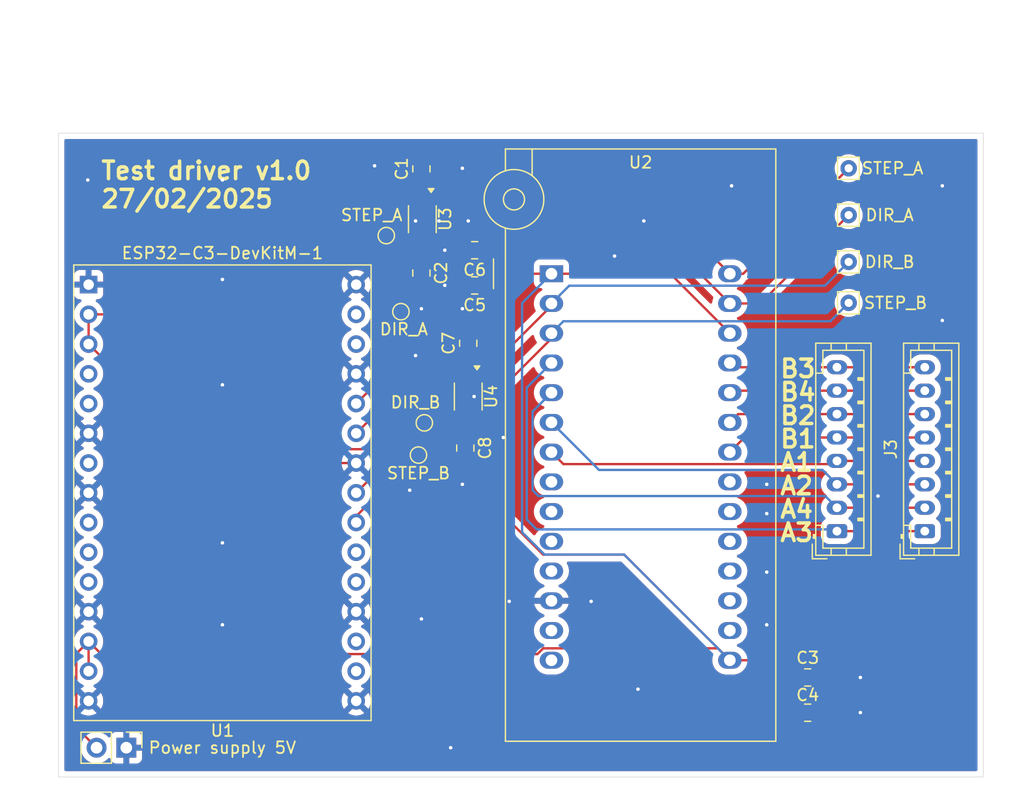
<source format=kicad_pcb>
(kicad_pcb (version 20241229) (generator "pcbnew") (generator_version "9.0")
  (layers (0 "F.Cu" signal) (2 "B.Cu" signal) (13 "F.Paste" user) (15 "B.Paste" user) (5 "F.SilkS" user "F.Silkscreen") (7 "B.SilkS" user "B.Silkscreen") (1 "F.Mask" user) (3 "B.Mask" user) (25 "Edge.Cuts" user))
  (net 0 "")
  (net 7 "/3V3")
  (net 14 "GND")
  (net 15 "VCC")
  (net 16 "/A4")
  (net 17 "/B4")
  (net 18 "/B2")
  (net 19 "/A1")
  (net 20 "/B1")
  (net 21 "/A2")
  (net 22 "/B3")
  (net 23 "/A3")
  (net 26 "/STEP_B")
  (net 32 "/DIR_B")
  (net 34 "/DIR_A")
  (net 37 "/STEP_A")
  (net 40 "/STEP_A_µC")
  (net 41 "/DIR_A_µC")
  (net 42 "/DIR_B_µC")
  (net 43 "/STEP_B_µC")
  (footprint "Capacitor_SMD:C_0805_2012Metric" (layer "F.Cu") (at 169 111.51)
    (property "Reference" "C4" (at 0 -1.51 0) (layer "F.SilkS"))
    (property "Value" "4.7nF")
    (fp_line (start -0.261252 -0.735) (end 0.261252 -0.735) (stroke (width 0.12)) (layer "F.SilkS"))
    (fp_line (start -0.261252 0.735) (end 0.261252 0.735) (stroke (width 0.12)) (layer "F.SilkS"))
    (pad "1" smd roundrect (at -0.95 0) (size 1 1.45) (layers "F.Cu" "F.Mask" "F.Paste") (net 15 "VCC"))
    (pad "2" smd roundrect (at 0.95 0) (size 1 1.45) (layers "F.Cu" "F.Mask" "F.Paste") (net 14 "GND"))
  )
  (footprint "TestPoint:TestPoint_Pad_D1.0mm" (layer "F.Cu") (at 136.25 86.75)
    (property "Reference" "TP6" (hide yes))
    (property "Value" "DIR_B" (at -0.75 -1.75 0) (layer "F.SilkS"))
    (fp_circle (center 0 0) (end 0 0.7) (stroke (width 0.12)) (fill no) (layer "F.SilkS"))
    (pad "1" smd circle (at 0 0) (size 1 1) (layers "F.Cu" "F.Mask") (net 42 "/DIR_B_µC"))
  )
  (footprint "TestPoint:TestPoint_Pad_D1.0mm" (layer "F.Cu") (at 133 70.75)
    (property "Reference" "TP8" (hide yes))
    (property "Value" "STEP_A" (at -1.25 -1.75 0) (layer "F.SilkS"))
    (fp_circle (center 0 0) (end 0 0.7) (stroke (width 0.12)) (fill no) (layer "F.SilkS"))
    (pad "1" smd circle (at 0 0) (size 1 1) (layers "F.Cu" "F.Mask") (net 40 "/STEP_A_µC"))
  )
  (footprint "Connector_Pin:Pin_D0.7mm_L6.5mm_W1.8mm_FlatFork" (layer "F.Cu") (at 172.5 73)
    (property "Reference" "TP3" (hide yes))
    (property "Value" "DIR_B" (at 3.5 0 0) (layer "F.SilkS"))
    (fp_line (start -0.95 -0.95) (end -0.95 0.95) (stroke (width 0.12)) (layer "F.SilkS"))
    (fp_line (start -0.95 0.95) (end 0.9 0.95) (stroke (width 0.12)) (layer "F.SilkS"))
    (fp_line (start 0.9 -0.95) (end -0.95 -0.95) (stroke (width 0.12)) (layer "F.SilkS"))
    (fp_line (start 0.9 -0.9) (end 0.9 -0.95) (stroke (width 0.12)) (layer "F.SilkS"))
    (fp_line (start 0.9 0.95) (end 0.9 -0.9) (stroke (width 0.12)) (layer "F.SilkS"))
    (pad "1" thru_hole circle (at 0 0) (size 1.4 1.4) (drill 0.7) (layers "*.Cu" "*.Mask") (net 32 "/DIR_B"))
  )
  (footprint "Capacitor_SMD:C_0805_2012Metric" (layer "F.Cu") (at 139.75 88.9 -90)
    (property "Reference" "C8" (at 0 -1.68 90) (layer "F.SilkS"))
    (property "Value" "100nF")
    (fp_line (start -0.261252 0.735) (end 0.261252 0.735) (stroke (width 0.12)) (layer "F.SilkS"))
    (fp_line (start -0.261252 -0.735) (end 0.261252 -0.735) (stroke (width 0.12)) (layer "F.SilkS"))
    (pad "1" smd roundrect (at -0.95 0 270) (size 1 1.45) (layers "F.Cu" "F.Mask" "F.Paste") (net 15 "VCC"))
    (pad "2" smd roundrect (at 0.95 0 270) (size 1 1.45) (layers "F.Cu" "F.Mask" "F.Paste") (net 14 "GND"))
  )
  (footprint "Connector_JST:JST_PH_B8B-PH-K_1x08_P2.00mm_Vertical" (layer "F.Cu") (at 179 96 90)
    (property "Reference" "J3" (at 7 -2.9 90) (layer "F.SilkS"))
    (property "Value" "Conn_01x08")
    (fp_line (start -1.11 -2.11) (end -2.36 -2.11) (stroke (width 0.12)) (layer "F.SilkS"))
    (fp_line (start -2.36 -2.11) (end -2.36 -0.86) (stroke (width 0.12)) (layer "F.SilkS"))
    (fp_line (start -0.3 -2.01) (end -0.6 -2.01) (stroke (width 0.12)) (layer "F.SilkS"))
    (fp_line (start -0.6 -2.01) (end -0.6 -1.81) (stroke (width 0.12)) (layer "F.SilkS"))
    (fp_line (start -0.3 -1.91) (end -0.6 -1.91) (stroke (width 0.12)) (layer "F.SilkS"))
    (fp_line (start 16.06 -1.81) (end -2.06 -1.81) (stroke (width 0.12)) (layer "F.SilkS"))
    (fp_line (start 0.5 -1.81) (end 0.5 -1.2) (stroke (width 0.12)) (layer "F.SilkS"))
    (fp_line (start -0.3 -1.81) (end -0.3 -2.01) (stroke (width 0.12)) (layer "F.SilkS"))
    (fp_line (start -2.06 -1.81) (end -2.06 2.91) (stroke (width 0.12)) (layer "F.SilkS"))
    (fp_line (start 15.45 -1.2) (end 13.5 -1.2) (stroke (width 0.12)) (layer "F.SilkS"))
    (fp_line (start 13.5 -1.2) (end 13.5 -1.81) (stroke (width 0.12)) (layer "F.SilkS"))
    (fp_line (start 0.5 -1.2) (end -1.45 -1.2) (stroke (width 0.12)) (layer "F.SilkS"))
    (fp_line (start -1.45 -1.2) (end -1.45 2.3) (stroke (width 0.12)) (layer "F.SilkS"))
    (fp_line (start 16.06 -0.5) (end 15.45 -0.5) (stroke (width 0.12)) (layer "F.SilkS"))
    (fp_line (start -2.06 -0.5) (end -1.45 -0.5) (stroke (width 0.12)) (layer "F.SilkS"))
    (fp_line (start 16.06 0.8) (end 15.45 0.8) (stroke (width 0.12)) (layer "F.SilkS"))
    (fp_line (start -2.06 0.8) (end -1.45 0.8) (stroke (width 0.12)) (layer "F.SilkS"))
    (fp_line (start 13.1 1.8) (end 13.1 2.3) (stroke (width 0.12)) (layer "F.SilkS"))
    (fp_line (start 12.9 1.8) (end 13.1 1.8) (stroke (width 0.12)) (layer "F.SilkS"))
    (fp_line (start 11.1 1.8) (end 11.1 2.3) (stroke (width 0.12)) (layer "F.SilkS"))
    (fp_line (start 10.9 1.8) (end 11.1 1.8) (stroke (width 0.12)) (layer "F.SilkS"))
    (fp_line (start 9.1 1.8) (end 9.1 2.3) (stroke (width 0.12)) (layer "F.SilkS"))
    (fp_line (start 8.9 1.8) (end 9.1 1.8) (stroke (width 0.12)) (layer "F.SilkS"))
    (fp_line (start 7.1 1.8) (end 7.1 2.3) (stroke (width 0.12)) (layer "F.SilkS"))
    (fp_line (start 6.9 1.8) (end 7.1 1.8) (stroke (width 0.12)) (layer "F.SilkS"))
    (fp_line (start 5.1 1.8) (end 5.1 2.3) (stroke (width 0.12)) (layer "F.SilkS"))
    (fp_line (start 4.9 1.8) (end 5.1 1.8) (stroke (width 0.12)) (layer "F.SilkS"))
    (fp_line (start 3.1 1.8) (end 3.1 2.3) (stroke (width 0.12)) (layer "F.SilkS"))
    (fp_line (start 2.9 1.8) (end 3.1 1.8) (stroke (width 0.12)) (layer "F.SilkS"))
    (fp_line (start 1.1 1.8) (end 1.1 2.3) (stroke (width 0.12)) (layer "F.SilkS"))
    (fp_line (start 0.9 1.8) (end 1.1 1.8) (stroke (width 0.12)) (layer "F.SilkS"))
    (fp_line (start 15.45 2.3) (end 15.45 -1.2) (stroke (width 0.12)) (layer "F.SilkS"))
    (fp_line (start 13 2.3) (end 13 1.8) (stroke (width 0.12)) (layer "F.SilkS"))
    (fp_line (start 12.9 2.3) (end 12.9 1.8) (stroke (width 0.12)) (layer "F.SilkS"))
    (fp_line (start 11 2.3) (end 11 1.8) (stroke (width 0.12)) (layer "F.SilkS"))
    (fp_line (start 10.9 2.3) (end 10.9 1.8) (stroke (width 0.12)) (layer "F.SilkS"))
    (fp_line (start 9 2.3) (end 9 1.8) (stroke (width 0.12)) (layer "F.SilkS"))
    (fp_line (start 8.9 2.3) (end 8.9 1.8) (stroke (width 0.12)) (layer "F.SilkS"))
    (fp_line (start 7 2.3) (end 7 1.8) (stroke (width 0.12)) (layer "F.SilkS"))
    (fp_line (start 6.9 2.3) (end 6.9 1.8) (stroke (width 0.12)) (layer "F.SilkS"))
    (fp_line (start 5 2.3) (end 5 1.8) (stroke (width 0.12)) (layer "F.SilkS"))
    (fp_line (start 4.9 2.3) (end 4.9 1.8) (stroke (width 0.12)) (layer "F.SilkS"))
    (fp_line (start 3 2.3) (end 3 1.8) (stroke (width 0.12)) (layer "F.SilkS"))
    (fp_line (start 2.9 2.3) (end 2.9 1.8) (stroke (width 0.12)) (layer "F.SilkS"))
    (fp_line (start 1 2.3) (end 1 1.8) (stroke (width 0.12)) (layer "F.SilkS"))
    (fp_line (start 0.9 2.3) (end 0.9 1.8) (stroke (width 0.12)) (layer "F.SilkS"))
    (fp_line (start -1.45 2.3) (end 15.45 2.3) (stroke (width 0.12)) (layer "F.SilkS"))
    (fp_line (start 16.06 2.91) (end 16.06 -1.81) (stroke (width 0.12)) (layer "F.SilkS"))
    (fp_line (start -2.06 2.91) (end 16.06 2.91) (stroke (width 0.12)) (layer "F.SilkS"))
    (pad "1" thru_hole roundrect (at 0 0 90) (size 1.2 1.75) (drill 0.75) (layers "*.Cu" "*.Mask") (roundrect_rratio 0.208333) (net 23 "/A3"))
    (pad "2" thru_hole oval (at 2 0 90) (size 1.2 1.75) (drill 0.75) (layers "*.Cu" "*.Mask") (net 16 "/A4"))
    (pad "3" thru_hole oval (at 4 0 90) (size 1.2 1.75) (drill 0.75) (layers "*.Cu" "*.Mask") (net 21 "/A2"))
    (pad "4" thru_hole oval (at 6 0 90) (size 1.2 1.75) (drill 0.75) (layers "*.Cu" "*.Mask") (net 19 "/A1"))
    (pad "5" thru_hole oval (at 8 0 90) (size 1.2 1.75) (drill 0.75) (layers "*.Cu" "*.Mask") (net 20 "/B1"))
    (pad "6" thru_hole oval (at 10 0 90) (size 1.2 1.75) (drill 0.75) (layers "*.Cu" "*.Mask") (net 18 "/B2"))
    (pad "7" thru_hole oval (at 12 0 90) (size 1.2 1.75) (drill 0.75) (layers "*.Cu" "*.Mask") (net 17 "/B4"))
    (pad "8" thru_hole oval (at 14 0 90) (size 1.2 1.75) (drill 0.75) (layers "*.Cu" "*.Mask") (net 22 "/B3"))
  )
  (footprint "Socket:DIP_Socket-28_W11.9_W12.7_W15.24_W17.78_W18.5_3M_228-1277-00-0602J" (layer "F.Cu") (at 147.1075 74.01)
    (property "Reference" "U2" (at 7.62 -9.51 0) (layer "F.SilkS"))
    (property "Value" "VID6606")
    (fp_line (start -4.95 1.27) (end -4.95 -1.27) (stroke (width 0.12)) (layer "F.SilkS"))
    (fp_line (start -3.93 -10.66) (end -3.93 -8.8) (stroke (width 0.12)) (layer "F.SilkS"))
    (fp_line (start -3.93 -3.9) (end -3.93 39.94) (stroke (width 0.12)) (layer "F.SilkS"))
    (fp_line (start -3.93 39.94) (end 19.17 39.94) (stroke (width 0.12)) (layer "F.SilkS"))
    (fp_line (start -1.65 -10.66) (end -1.65 -8.4) (stroke (width 0.12)) (layer "F.SilkS"))
    (fp_line (start 19.17 -10.66) (end -3.93 -10.66) (stroke (width 0.12)) (layer "F.SilkS"))
    (fp_line (start 19.17 39.94) (end 19.17 -10.66) (stroke (width 0.12)) (layer "F.SilkS"))
    (fp_circle (center -3.2 -6.35) (end -2.3 -6.35) (stroke (width 0.12)) (fill no) (layer "F.SilkS"))
    (fp_circle (center -3.2 -6.35) (end -0.65 -6.35) (stroke (width 0.12)) (fill no) (layer "F.SilkS"))
    (pad "1" thru_hole rect (at 0 0) (size 2 1.44) (drill 1) (layers "*.Cu" "*.Mask") (net 15 "VCC"))
    (pad "2" thru_hole oval (at 0 2.54) (size 2 1.44) (drill 1) (layers "*.Cu" "*.Mask") (net 32 "/DIR_B"))
    (pad "3" thru_hole oval (at 0 5.08) (size 2 1.44) (drill 1) (layers "*.Cu" "*.Mask") (net 26 "/STEP_B"))
    (pad "4" thru_hole oval (at 0 7.62) (size 2 1.44) (drill 1) (layers "*.Cu" "*.Mask") (net 23 "/A3"))
    (pad "5" thru_hole oval (at 0 10.16) (size 2 1.44) (drill 1) (layers "*.Cu" "*.Mask") (net 16 "/A4"))
    (pad "6" thru_hole oval (at 0 12.7) (size 2 1.44) (drill 1) (layers "*.Cu" "*.Mask") (net 21 "/A2"))
    (pad "7" thru_hole oval (at 0 15.24) (size 2 1.44) (drill 1) (layers "*.Cu" "*.Mask") (net 19 "/A1"))
    (pad "8" thru_hole oval (at 0 17.78) (size 2 1.44) (drill 1) (layers "*.Cu" "*.Mask"))
    (pad "9" thru_hole oval (at 0 20.32) (size 2 1.44) (drill 1) (layers "*.Cu" "*.Mask"))
    (pad "10" thru_hole oval (at 0 22.86) (size 2 1.44) (drill 1) (layers "*.Cu" "*.Mask"))
    (pad "11" thru_hole oval (at 0 25.4) (size 2 1.44) (drill 1) (layers "*.Cu" "*.Mask"))
    (pad "12" thru_hole oval (at 0 27.94) (size 2 1.44) (drill 1) (layers "*.Cu" "*.Mask") (net 14 "GND"))
    (pad "13" thru_hole oval (at 0 30.48) (size 2 1.44) (drill 1) (layers "*.Cu" "*.Mask"))
    (pad "14" thru_hole oval (at 0 33.02) (size 2 1.44) (drill 1) (layers "*.Cu" "*.Mask"))
    (pad "15" thru_hole oval (at 15.24 33.02) (size 2 1.44) (drill 1) (layers "*.Cu" "*.Mask") (net 15 "VCC"))
    (pad "16" thru_hole oval (at 15.24 30.48) (size 2 1.44) (drill 1) (layers "*.Cu" "*.Mask"))
    (pad "17" thru_hole oval (at 15.24 27.94) (size 2 1.44) (drill 1) (layers "*.Cu" "*.Mask"))
    (pad "18" thru_hole oval (at 15.24 25.4) (size 2 1.44) (drill 1) (layers "*.Cu" "*.Mask"))
    (pad "19" thru_hole oval (at 15.24 22.86) (size 2 1.44) (drill 1) (layers "*.Cu" "*.Mask"))
    (pad "20" thru_hole oval (at 15.24 20.32) (size 2 1.44) (drill 1) (layers "*.Cu" "*.Mask"))
    (pad "21" thru_hole oval (at 15.24 17.78) (size 2 1.44) (drill 1) (layers "*.Cu" "*.Mask"))
    (pad "22" thru_hole oval (at 15.24 15.24) (size 2 1.44) (drill 1) (layers "*.Cu" "*.Mask") (net 20 "/B1"))
    (pad "23" thru_hole oval (at 15.24 12.7) (size 2 1.44) (drill 1) (layers "*.Cu" "*.Mask") (net 18 "/B2"))
    (pad "24" thru_hole oval (at 15.24 10.16) (size 2 1.44) (drill 1) (layers "*.Cu" "*.Mask") (net 17 "/B4"))
    (pad "25" thru_hole oval (at 15.24 7.62) (size 2 1.44) (drill 1) (layers "*.Cu" "*.Mask") (net 22 "/B3"))
    (pad "26" thru_hole oval (at 15.24 5.08) (size 2 1.44) (drill 1) (layers "*.Cu" "*.Mask") (net 15 "VCC"))
    (pad "27" thru_hole oval (at 15.24 2.54) (size 2 1.44) (drill 1) (layers "*.Cu" "*.Mask") (net 34 "/DIR_A"))
    (pad "28" thru_hole oval (at 15.24 0) (size 2 1.44) (drill 1) (layers "*.Cu" "*.Mask") (net 37 "/STEP_A"))
  )
  (footprint "TestPoint:TestPoint_Pad_D1.0mm" (layer "F.Cu") (at 135.75 89.5)
    (property "Reference" "TP5" (hide yes))
    (property "Value" "STEP_B" (at 0 1.55 0) (layer "F.SilkS"))
    (fp_circle (center 0 0) (end 0 0.7) (stroke (width 0.12)) (fill no) (layer "F.SilkS"))
    (pad "1" smd circle (at 0 0) (size 1 1) (layers "F.Cu" "F.Mask") (net 43 "/STEP_B_µC"))
  )
  (footprint "TestPoint:TestPoint_Pad_D1.0mm" (layer "F.Cu") (at 134.25 77.25)
    (property "Reference" "TP7" (hide yes))
    (property "Value" "DIR_A" (at 0.25 1.5 0) (layer "F.SilkS"))
    (fp_circle (center 0 0) (end 0 0.7) (stroke (width 0.12)) (fill no) (layer "F.SilkS"))
    (pad "1" smd circle (at 0 0) (size 1 1) (layers "F.Cu" "F.Mask") (net 41 "/DIR_A_µC"))
  )
  (footprint "Capacitor_SMD:C_0805_2012Metric" (layer "F.Cu") (at 169 108.5)
    (property "Reference" "C3" (at 0 -1.68 0) (layer "F.SilkS"))
    (property "Value" "100nF")
    (fp_line (start -0.261252 -0.735) (end 0.261252 -0.735) (stroke (width 0.12)) (layer "F.SilkS"))
    (fp_line (start -0.261252 0.735) (end 0.261252 0.735) (stroke (width 0.12)) (layer "F.SilkS"))
    (pad "1" smd roundrect (at -0.95 0) (size 1 1.45) (layers "F.Cu" "F.Mask" "F.Paste") (net 15 "VCC"))
    (pad "2" smd roundrect (at 0.95 0) (size 1 1.45) (layers "F.Cu" "F.Mask" "F.Paste") (net 14 "GND"))
  )
  (footprint "Connector_Pin:Pin_D0.7mm_L6.5mm_W1.8mm_FlatFork" (layer "F.Cu") (at 172.5 76.5)
    (property "Reference" "TP4" (hide yes))
    (property "Value" "STEP_B" (at 4 0 0) (layer "F.SilkS"))
    (fp_line (start -0.95 -0.95) (end -0.95 0.95) (stroke (width 0.12)) (layer "F.SilkS"))
    (fp_line (start -0.95 0.95) (end 0.9 0.95) (stroke (width 0.12)) (layer "F.SilkS"))
    (fp_line (start 0.9 -0.95) (end -0.95 -0.95) (stroke (width 0.12)) (layer "F.SilkS"))
    (fp_line (start 0.9 -0.9) (end 0.9 -0.95) (stroke (width 0.12)) (layer "F.SilkS"))
    (fp_line (start 0.9 0.95) (end 0.9 -0.9) (stroke (width 0.12)) (layer "F.SilkS"))
    (pad "1" thru_hole circle (at 0 0) (size 1.4 1.4) (drill 0.7) (layers "*.Cu" "*.Mask") (net 26 "/STEP_B"))
  )
  (footprint "Connector_JST:JST_PH_B8B-PH-K_1x08_P2.00mm_Vertical" (layer "F.Cu") (at 171.5 96 90)
    (property "Reference" "J2" (hide yes))
    (property "Value" "Conn_01x08")
    (fp_line (start -1.11 -2.11) (end -2.36 -2.11) (stroke (width 0.12)) (layer "F.SilkS"))
    (fp_line (start -2.36 -2.11) (end -2.36 -0.86) (stroke (width 0.12)) (layer "F.SilkS"))
    (fp_line (start -0.3 -2.01) (end -0.6 -2.01) (stroke (width 0.12)) (layer "F.SilkS"))
    (fp_line (start -0.6 -2.01) (end -0.6 -1.81) (stroke (width 0.12)) (layer "F.SilkS"))
    (fp_line (start -0.3 -1.91) (end -0.6 -1.91) (stroke (width 0.12)) (layer "F.SilkS"))
    (fp_line (start 16.06 -1.81) (end -2.06 -1.81) (stroke (width 0.12)) (layer "F.SilkS"))
    (fp_line (start 0.5 -1.81) (end 0.5 -1.2) (stroke (width 0.12)) (layer "F.SilkS"))
    (fp_line (start -0.3 -1.81) (end -0.3 -2.01) (stroke (width 0.12)) (layer "F.SilkS"))
    (fp_line (start -2.06 -1.81) (end -2.06 2.91) (stroke (width 0.12)) (layer "F.SilkS"))
    (fp_line (start 15.45 -1.2) (end 13.5 -1.2) (stroke (width 0.12)) (layer "F.SilkS"))
    (fp_line (start 13.5 -1.2) (end 13.5 -1.81) (stroke (width 0.12)) (layer "F.SilkS"))
    (fp_line (start 0.5 -1.2) (end -1.45 -1.2) (stroke (width 0.12)) (layer "F.SilkS"))
    (fp_line (start -1.45 -1.2) (end -1.45 2.3) (stroke (width 0.12)) (layer "F.SilkS"))
    (fp_line (start 16.06 -0.5) (end 15.45 -0.5) (stroke (width 0.12)) (layer "F.SilkS"))
    (fp_line (start -2.06 -0.5) (end -1.45 -0.5) (stroke (width 0.12)) (layer "F.SilkS"))
    (fp_line (start 16.06 0.8) (end 15.45 0.8) (stroke (width 0.12)) (layer "F.SilkS"))
    (fp_line (start -2.06 0.8) (end -1.45 0.8) (stroke (width 0.12)) (layer "F.SilkS"))
    (fp_line (start 13.1 1.8) (end 13.1 2.3) (stroke (width 0.12)) (layer "F.SilkS"))
    (fp_line (start 12.9 1.8) (end 13.1 1.8) (stroke (width 0.12)) (layer "F.SilkS"))
    (fp_line (start 11.1 1.8) (end 11.1 2.3) (stroke (width 0.12)) (layer "F.SilkS"))
    (fp_line (start 10.9 1.8) (end 11.1 1.8) (stroke (width 0.12)) (layer "F.SilkS"))
    (fp_line (start 9.1 1.8) (end 9.1 2.3) (stroke (width 0.12)) (layer "F.SilkS"))
    (fp_line (start 8.9 1.8) (end 9.1 1.8) (stroke (width 0.12)) (layer "F.SilkS"))
    (fp_line (start 7.1 1.8) (end 7.1 2.3) (stroke (width 0.12)) (layer "F.SilkS"))
    (fp_line (start 6.9 1.8) (end 7.1 1.8) (stroke (width 0.12)) (layer "F.SilkS"))
    (fp_line (start 5.1 1.8) (end 5.1 2.3) (stroke (width 0.12)) (layer "F.SilkS"))
    (fp_line (start 4.9 1.8) (end 5.1 1.8) (stroke (width 0.12)) (layer "F.SilkS"))
    (fp_line (start 3.1 1.8) (end 3.1 2.3) (stroke (width 0.12)) (layer "F.SilkS"))
    (fp_line (start 2.9 1.8) (end 3.1 1.8) (stroke (width 0.12)) (layer "F.SilkS"))
    (fp_line (start 1.1 1.8) (end 1.1 2.3) (stroke (width 0.12)) (layer "F.SilkS"))
    (fp_line (start 0.9 1.8) (end 1.1 1.8) (stroke (width 0.12)) (layer "F.SilkS"))
    (fp_line (start 15.45 2.3) (end 15.45 -1.2) (stroke (width 0.12)) (layer "F.SilkS"))
    (fp_line (start 13 2.3) (end 13 1.8) (stroke (width 0.12)) (layer "F.SilkS"))
    (fp_line (start 12.9 2.3) (end 12.9 1.8) (stroke (width 0.12)) (layer "F.SilkS"))
    (fp_line (start 11 2.3) (end 11 1.8) (stroke (width 0.12)) (layer "F.SilkS"))
    (fp_line (start 10.9 2.3) (end 10.9 1.8) (stroke (width 0.12)) (layer "F.SilkS"))
    (fp_line (start 9 2.3) (end 9 1.8) (stroke (width 0.12)) (layer "F.SilkS"))
    (fp_line (start 8.9 2.3) (end 8.9 1.8) (stroke (width 0.12)) (layer "F.SilkS"))
    (fp_line (start 7 2.3) (end 7 1.8) (stroke (width 0.12)) (layer "F.SilkS"))
    (fp_line (start 6.9 2.3) (end 6.9 1.8) (stroke (width 0.12)) (layer "F.SilkS"))
    (fp_line (start 5 2.3) (end 5 1.8) (stroke (width 0.12)) (layer "F.SilkS"))
    (fp_line (start 4.9 2.3) (end 4.9 1.8) (stroke (width 0.12)) (layer "F.SilkS"))
    (fp_line (start 3 2.3) (end 3 1.8) (stroke (width 0.12)) (layer "F.SilkS"))
    (fp_line (start 2.9 2.3) (end 2.9 1.8) (stroke (width 0.12)) (layer "F.SilkS"))
    (fp_line (start 1 2.3) (end 1 1.8) (stroke (width 0.12)) (layer "F.SilkS"))
    (fp_line (start 0.9 2.3) (end 0.9 1.8) (stroke (width 0.12)) (layer "F.SilkS"))
    (fp_line (start -1.45 2.3) (end 15.45 2.3) (stroke (width 0.12)) (layer "F.SilkS"))
    (fp_line (start 16.06 2.91) (end 16.06 -1.81) (stroke (width 0.12)) (layer "F.SilkS"))
    (fp_line (start -2.06 2.91) (end 16.06 2.91) (stroke (width 0.12)) (layer "F.SilkS"))
    (pad "1" thru_hole roundrect (at 0 0 90) (size 1.2 1.75) (drill 0.75) (layers "*.Cu" "*.Mask") (roundrect_rratio 0.208333) (net 23 "/A3"))
    (pad "2" thru_hole oval (at 2 0 90) (size 1.2 1.75) (drill 0.75) (layers "*.Cu" "*.Mask") (net 16 "/A4"))
    (pad "3" thru_hole oval (at 4 0 90) (size 1.2 1.75) (drill 0.75) (layers "*.Cu" "*.Mask") (net 21 "/A2"))
    (pad "4" thru_hole oval (at 6 0 90) (size 1.2 1.75) (drill 0.75) (layers "*.Cu" "*.Mask") (net 19 "/A1"))
    (pad "5" thru_hole oval (at 8 0 90) (size 1.2 1.75) (drill 0.75) (layers "*.Cu" "*.Mask") (net 20 "/B1"))
    (pad "6" thru_hole oval (at 10 0 90) (size 1.2 1.75) (drill 0.75) (layers "*.Cu" "*.Mask") (net 18 "/B2"))
    (pad "7" thru_hole oval (at 12 0 90) (size 1.2 1.75) (drill 0.75) (layers "*.Cu" "*.Mask") (net 17 "/B4"))
    (pad "8" thru_hole oval (at 14 0 90) (size 1.2 1.75) (drill 0.75) (layers "*.Cu" "*.Mask") (net 22 "/B3"))
  )
  (footprint "Package_SO:VSSOP-8_2.3x2mm_P0.5mm" (layer "F.Cu") (at 136.08 69.35 -90)
    (property "Reference" "U3" (at 0 -1.95 90) (layer "F.SilkS"))
    (property "Value" "TXB0102DCT")
    (fp_line (start 0 1.185) (end -1.15 1.185) (stroke (width 0.12)) (layer "F.SilkS"))
    (fp_line (start 0 1.185) (end 1.15 1.185) (stroke (width 0.12)) (layer "F.SilkS"))
    (fp_line (start 0 -1.185) (end -1.15 -1.185) (stroke (width 0.12)) (layer "F.SilkS"))
    (fp_line (start 0 -1.185) (end 1.15 -1.185) (stroke (width 0.12)) (layer "F.SilkS"))
    (fp_poly (pts (xy -2.285 -0.75) (xy -2.615 -0.99) (xy -2.615 -0.51) (xy -2.285 -0.75)) (stroke (width 0.12)) (fill yes) (layer "F.SilkS"))
    (pad "1" smd roundrect (at -1.4 -0.75 270) (size 1.25 0.35) (layers "F.Cu" "F.Mask" "F.Paste") (net 37 "/STEP_A") (clearance 0.05))
    (pad "2" smd roundrect (at -1.4 -0.25 270) (size 1.25 0.35) (layers "F.Cu" "F.Mask" "F.Paste") (net 14 "GND") (clearance 0.05))
    (pad "3" smd roundrect (at -1.4 0.25 270) (size 1.25 0.35) (layers "F.Cu" "F.Mask" "F.Paste") (net 7 "/3V3") (clearance 0.05))
    (pad "4" smd roundrect (at -1.4 0.75 270) (size 1.25 0.35) (layers "F.Cu" "F.Mask" "F.Paste") (net 40 "/STEP_A_µC") (clearance 0.05))
    (pad "5" smd roundrect (at 1.4 0.75 270) (size 1.25 0.35) (layers "F.Cu" "F.Mask" "F.Paste") (net 41 "/DIR_A_µC") (clearance 0.05))
    (pad "6" smd roundrect (at 1.4 0.25 270) (size 1.25 0.35) (layers "F.Cu" "F.Mask" "F.Paste") (net 15 "VCC") (clearance 0.05))
    (pad "7" smd roundrect (at 1.4 -0.25 270) (size 1.25 0.35) (layers "F.Cu" "F.Mask" "F.Paste") (net 15 "VCC") (clearance 0.05))
    (pad "8" smd roundrect (at 1.4 -0.75 270) (size 1.25 0.35) (layers "F.Cu" "F.Mask" "F.Paste") (net 34 "/DIR_A") (clearance 0.05))
  )
  (footprint "Capacitor_SMD:C_0805_2012Metric" (layer "F.Cu") (at 136 65.05 90)
    (property "Reference" "C1" (at 0 -1.68 90) (layer "F.SilkS"))
    (property "Value" "100nF")
    (fp_line (start -0.261252 -0.735) (end 0.261252 -0.735) (stroke (width 0.12)) (layer "F.SilkS"))
    (fp_line (start -0.261252 0.735) (end 0.261252 0.735) (stroke (width 0.12)) (layer "F.SilkS"))
    (pad "1" smd roundrect (at -0.95 0 90) (size 1 1.45) (layers "F.Cu" "F.Mask" "F.Paste") (net 7 "/3V3"))
    (pad "2" smd roundrect (at 0.95 0 90) (size 1 1.45) (layers "F.Cu" "F.Mask" "F.Paste") (net 14 "GND"))
  )
  (footprint "RF_Module:ESP32-C3-DevKitM-1" (layer "F.Cu") (at 107.57 74.94)
    (property "Reference" "U1" (at 11.43 38.1 0) (layer "F.SilkS"))
    (property "Value" "ESP32-C3-DevKitM-1" (at 11.43 -2.69 0) (layer "F.SilkS"))
    (fp_line (start -1.27 -1.68) (end 24.13 -1.68) (stroke (width 0.12)) (layer "F.SilkS"))
    (fp_line (start -1.27 37.24) (end -1.27 -1.68) (stroke (width 0.12)) (layer "F.SilkS"))
    (fp_line (start 24.13 -1.68) (end 24.13 37.24) (stroke (width 0.12)) (layer "F.SilkS"))
    (fp_line (start 24.13 37.24) (end -1.27 37.24) (stroke (width 0.12)) (layer "F.SilkS"))
    (pad "1" thru_hole rect (at 0 0) (size 1.5 1.5) (drill 0.9) (layers "*.Cu" "*.Mask") (net 14 "GND"))
    (pad "2" thru_hole circle (at 0 2.54) (size 1.5 1.5) (drill 0.9) (layers "*.Cu" "*.Mask") (net 7 "/3V3"))
    (pad "3" thru_hole circle (at 0 5.08) (size 1.5 1.5) (drill 0.9) (layers "*.Cu" "*.Mask") (net 7 "/3V3"))
    (pad "4" thru_hole circle (at 0 7.62) (size 1.5 1.5) (drill 0.9) (layers "*.Cu" "*.Mask"))
    (pad "5" thru_hole circle (at 0 10.16) (size 1.5 1.5) (drill 0.9) (layers "*.Cu" "*.Mask"))
    (pad "6" thru_hole circle (at 0 12.7) (size 1.5 1.5) (drill 0.9) (layers "*.Cu" "*.Mask") (net 14 "GND"))
    (pad "7" thru_hole circle (at 0 15.24) (size 1.5 1.5) (drill 0.9) (layers "*.Cu" "*.Mask"))
    (pad "8" thru_hole circle (at 0 17.78) (size 1.5 1.5) (drill 0.9) (layers "*.Cu" "*.Mask") (net 14 "GND"))
    (pad "9" thru_hole circle (at 0 20.32) (size 1.5 1.5) (drill 0.9) (layers "*.Cu" "*.Mask"))
    (pad "10" thru_hole circle (at 0 22.86) (size 1.5 1.5) (drill 0.9) (layers "*.Cu" "*.Mask"))
    (pad "11" thru_hole circle (at 0 25.4) (size 1.5 1.5) (drill 0.9) (layers "*.Cu" "*.Mask"))
    (pad "12" thru_hole circle (at 0 27.94) (size 1.5 1.5) (drill 0.9) (layers "*.Cu" "*.Mask") (net 14 "GND"))
    (pad "13" thru_hole circle (at 0 30.48) (size 1.5 1.5) (drill 0.9) (layers "*.Cu" "*.Mask") (net 15 "VCC"))
    (pad "14" thru_hole circle (at 0 33.02) (size 1.5 1.5) (drill 0.9) (layers "*.Cu" "*.Mask") (net 15 "VCC"))
    (pad "15" thru_hole circle (at 0 35.56) (size 1.5 1.5) (drill 0.9) (layers "*.Cu" "*.Mask") (net 14 "GND"))
    (pad "16" thru_hole circle (at 22.86 35.56) (size 1.5 1.5) (drill 0.9) (layers "*.Cu" "*.Mask") (net 14 "GND"))
    (pad "17" thru_hole circle (at 22.86 33.02) (size 1.5 1.5) (drill 0.9) (layers "*.Cu" "*.Mask"))
    (pad "18" thru_hole circle (at 22.86 30.48) (size 1.5 1.5) (drill 0.9) (layers "*.Cu" "*.Mask"))
    (pad "19" thru_hole circle (at 22.86 27.94) (size 1.5 1.5) (drill 0.9) (layers "*.Cu" "*.Mask") (net 14 "GND"))
    (pad "20" thru_hole circle (at 22.86 25.4) (size 1.5 1.5) (drill 0.9) (layers "*.Cu" "*.Mask"))
    (pad "21" thru_hole circle (at 22.86 22.86) (size 1.5 1.5) (drill 0.9) (layers "*.Cu" "*.Mask"))
    (pad "22" thru_hole circle (at 22.86 20.32) (size 1.5 1.5) (drill 0.9) (layers "*.Cu" "*.Mask") (net 43 "/STEP_B_µC"))
    (pad "23" thru_hole circle (at 22.86 17.78) (size 1.5 1.5) (drill 0.9) (layers "*.Cu" "*.Mask") (net 42 "/DIR_B_µC"))
    (pad "24" thru_hole circle (at 22.86 15.24) (size 1.5 1.5) (drill 0.9) (layers "*.Cu" "*.Mask") (net 14 "GND"))
    (pad "25" thru_hole circle (at 22.86 12.7) (size 1.5 1.5) (drill 0.9) (layers "*.Cu" "*.Mask") (net 41 "/DIR_A_µC"))
    (pad "26" thru_hole circle (at 22.86 10.16) (size 1.5 1.5) (drill 0.9) (layers "*.Cu" "*.Mask") (net 40 "/STEP_A_µC"))
    (pad "27" thru_hole circle (at 22.86 7.62) (size 1.5 1.5) (drill 0.9) (layers "*.Cu" "*.Mask") (net 14 "GND"))
    (pad "28" thru_hole circle (at 22.86 5.08) (size 1.5 1.5) (drill 0.9) (layers "*.Cu" "*.Mask"))
    (pad "29" thru_hole circle (at 22.86 2.54) (size 1.5 1.5) (drill 0.9) (layers "*.Cu" "*.Mask"))
    (pad "30" thru_hole circle (at 22.86 0) (size 1.5 1.5) (drill 0.9) (layers "*.Cu" "*.Mask") (net 14 "GND"))
  )
  (footprint "Package_SO:VSSOP-8_2.3x2mm_P0.5mm" (layer "F.Cu") (at 140 84.5 -90)
    (property "Reference" "U4" (at 0 -1.95 90) (layer "F.SilkS"))
    (property "Value" "TXB0102DCT")
    (fp_line (start 0 1.185) (end -1.15 1.185) (stroke (width 0.12)) (layer "F.SilkS"))
    (fp_line (start 0 1.185) (end 1.15 1.185) (stroke (width 0.12)) (layer "F.SilkS"))
    (fp_line (start 0 -1.185) (end -1.15 -1.185) (stroke (width 0.12)) (layer "F.SilkS"))
    (fp_line (start 0 -1.185) (end 1.15 -1.185) (stroke (width 0.12)) (layer "F.SilkS"))
    (fp_poly (pts (xy -2.285 -0.75) (xy -2.615 -0.99) (xy -2.615 -0.51) (xy -2.285 -0.75)) (stroke (width 0.12)) (fill yes) (layer "F.SilkS"))
    (pad "1" smd roundrect (at -1.4 -0.75 270) (size 1.25 0.35) (layers "F.Cu" "F.Mask" "F.Paste") (net 32 "/DIR_B") (clearance 0.05))
    (pad "2" smd roundrect (at -1.4 -0.25 270) (size 1.25 0.35) (layers "F.Cu" "F.Mask" "F.Paste") (net 14 "GND") (clearance 0.05))
    (pad "3" smd roundrect (at -1.4 0.25 270) (size 1.25 0.35) (layers "F.Cu" "F.Mask" "F.Paste") (net 7 "/3V3") (clearance 0.05))
    (pad "4" smd roundrect (at -1.4 0.75 270) (size 1.25 0.35) (layers "F.Cu" "F.Mask" "F.Paste") (net 42 "/DIR_B_µC") (clearance 0.05))
    (pad "5" smd roundrect (at 1.4 0.75 270) (size 1.25 0.35) (layers "F.Cu" "F.Mask" "F.Paste") (net 43 "/STEP_B_µC") (clearance 0.05))
    (pad "6" smd roundrect (at 1.4 0.25 270) (size 1.25 0.35) (layers "F.Cu" "F.Mask" "F.Paste") (net 15 "VCC") (clearance 0.05))
    (pad "7" smd roundrect (at 1.4 -0.25 270) (size 1.25 0.35) (layers "F.Cu" "F.Mask" "F.Paste") (net 15 "VCC") (clearance 0.05))
    (pad "8" smd roundrect (at 1.4 -0.75 270) (size 1.25 0.35) (layers "F.Cu" "F.Mask" "F.Paste") (net 26 "/STEP_B") (clearance 0.05))
  )
  (footprint "Capacitor_SMD:C_0805_2012Metric" (layer "F.Cu") (at 136 73.95 -90)
    (property "Reference" "C2" (at 0 -1.68 90) (layer "F.SilkS"))
    (property "Value" "100nF")
    (fp_line (start -0.261252 0.735) (end 0.261252 0.735) (stroke (width 0.12)) (layer "F.SilkS"))
    (fp_line (start -0.261252 -0.735) (end 0.261252 -0.735) (stroke (width 0.12)) (layer "F.SilkS"))
    (pad "1" smd roundrect (at -0.95 0 270) (size 1 1.45) (layers "F.Cu" "F.Mask" "F.Paste") (net 15 "VCC"))
    (pad "2" smd roundrect (at 0.95 0 270) (size 1 1.45) (layers "F.Cu" "F.Mask" "F.Paste") (net 14 "GND"))
  )
  (footprint "Connector_Pin:Pin_D0.7mm_L6.5mm_W1.8mm_FlatFork" (layer "F.Cu") (at 172.5 69)
    (property "Reference" "TP2" (hide yes))
    (property "Value" "DIR_A" (at 3.5 0 0) (layer "F.SilkS"))
    (fp_line (start -0.95 -0.95) (end -0.95 0.95) (stroke (width 0.12)) (layer "F.SilkS"))
    (fp_line (start -0.95 0.95) (end 0.9 0.95) (stroke (width 0.12)) (layer "F.SilkS"))
    (fp_line (start 0.9 -0.95) (end -0.95 -0.95) (stroke (width 0.12)) (layer "F.SilkS"))
    (fp_line (start 0.9 -0.9) (end 0.9 -0.95) (stroke (width 0.12)) (layer "F.SilkS"))
    (fp_line (start 0.9 0.95) (end 0.9 -0.9) (stroke (width 0.12)) (layer "F.SilkS"))
    (pad "1" thru_hole circle (at 0 0) (size 1.4 1.4) (drill 0.7) (layers "*.Cu" "*.Mask") (net 34 "/DIR_A"))
  )
  (footprint "Capacitor_SMD:C_0805_2012Metric" (layer "F.Cu") (at 140 79.95 90)
    (property "Reference" "C7" (at 0 -1.68 90) (layer "F.SilkS"))
    (property "Value" "100nF")
    (fp_line (start -0.261252 -0.735) (end 0.261252 -0.735) (stroke (width 0.12)) (layer "F.SilkS"))
    (fp_line (start -0.261252 0.735) (end 0.261252 0.735) (stroke (width 0.12)) (layer "F.SilkS"))
    (pad "1" smd roundrect (at -0.95 0 90) (size 1 1.45) (layers "F.Cu" "F.Mask" "F.Paste") (net 7 "/3V3"))
    (pad "2" smd roundrect (at 0.95 0 90) (size 1 1.45) (layers "F.Cu" "F.Mask" "F.Paste") (net 14 "GND"))
  )
  (footprint "Capacitor_SMD:C_0805_2012Metric" (layer "F.Cu") (at 140.55 72 180)
    (property "Reference" "C6" (at 0 -1.68 0) (layer "F.SilkS"))
    (property "Value" "4.7nF")
    (fp_line (start -0.261252 0.735) (end 0.261252 0.735) (stroke (width 0.12)) (layer "F.SilkS"))
    (fp_line (start -0.261252 -0.735) (end 0.261252 -0.735) (stroke (width 0.12)) (layer "F.SilkS"))
    (pad "1" smd roundrect (at -0.95 0 180) (size 1 1.45) (layers "F.Cu" "F.Mask" "F.Paste") (net 15 "VCC"))
    (pad "2" smd roundrect (at 0.95 0 180) (size 1 1.45) (layers "F.Cu" "F.Mask" "F.Paste") (net 14 "GND"))
  )
  (footprint "Capacitor_SMD:C_0805_2012Metric" (layer "F.Cu") (at 140.55 75.01 180)
    (property "Reference" "C5" (at 0 -1.68 0) (layer "F.SilkS"))
    (property "Value" "100nF")
    (fp_line (start -0.261252 0.735) (end 0.261252 0.735) (stroke (width 0.12)) (layer "F.SilkS"))
    (fp_line (start -0.261252 -0.735) (end 0.261252 -0.735) (stroke (width 0.12)) (layer "F.SilkS"))
    (pad "1" smd roundrect (at -0.95 0 180) (size 1 1.45) (layers "F.Cu" "F.Mask" "F.Paste") (net 15 "VCC"))
    (pad "2" smd roundrect (at 0.95 0 180) (size 1 1.45) (layers "F.Cu" "F.Mask" "F.Paste") (net 14 "GND"))
  )
  (footprint "Connector_Pin:Pin_D0.7mm_L6.5mm_W1.8mm_FlatFork" (layer "F.Cu") (at 172.5 65)
    (property "Reference" "TP1" (hide yes))
    (property "Value" "STEP_A" (at 3.75 0 0) (layer "F.SilkS"))
    (fp_line (start -0.95 -0.95) (end -0.95 0.95) (stroke (width 0.12)) (layer "F.SilkS"))
    (fp_line (start -0.95 0.95) (end 0.9 0.95) (stroke (width 0.12)) (layer "F.SilkS"))
    (fp_line (start 0.9 -0.95) (end -0.95 -0.95) (stroke (width 0.12)) (layer "F.SilkS"))
    (fp_line (start 0.9 -0.9) (end 0.9 -0.95) (stroke (width 0.12)) (layer "F.SilkS"))
    (fp_line (start 0.9 0.95) (end 0.9 -0.9) (stroke (width 0.12)) (layer "F.SilkS"))
    (pad "1" thru_hole circle (at 0 0) (size 1.4 1.4) (drill 0.7) (layers "*.Cu" "*.Mask") (net 37 "/STEP_A"))
  )
  (footprint "Connector_PinHeader_2.54mm:PinHeader_1x02_P2.54mm_Vertical" (layer "F.Cu") (at 110.79 114.5 -90)
    (property "Reference" "J1" (hide yes))
    (property "Value" "Power supply 5V" (at 0 -8.21 180) (layer "F.SilkS"))
    (fp_line (start -1.33 3.87) (end 1.33 3.87) (stroke (width 0.12)) (layer "F.SilkS"))
    (fp_line (start -1.33 1.27) (end -1.33 3.87) (stroke (width 0.12)) (layer "F.SilkS"))
    (fp_line (start -1.33 1.27) (end 1.33 1.27) (stroke (width 0.12)) (layer "F.SilkS"))
    (fp_line (start 1.33 1.27) (end 1.33 3.87) (stroke (width 0.12)) (layer "F.SilkS"))
    (fp_line (start -1.33 0) (end -1.33 -1.33) (stroke (width 0.12)) (layer "F.SilkS"))
    (fp_line (start -1.33 -1.33) (end 0 -1.33) (stroke (width 0.12)) (layer "F.SilkS"))
    (pad "1" thru_hole rect (at 0 0 270) (size 1.7 1.7) (drill 1) (layers "*.Cu" "*.Mask") (net 14 "GND"))
    (pad "2" thru_hole oval (at 0 2.54 270) (size 1.7 1.7) (drill 1) (layers "*.Cu" "*.Mask") (net 15 "VCC"))
  )
  (gr_rect (start 105 62) (end 184 117) (stroke (width 0.05)) (fill no) (layer "Edge.Cuts"))
  (gr_text "A3" (at 166.5 97 0) (layer "F.SilkS") (effects (font (size 1.5 1.5) (thickness 0.3) (bold yes)) (justify left bottom)))
  (gr_text "Test driver v1.0\n27/02/2025" (at 108.5 68.5 0) (layer "F.SilkS") (effects (font (size 1.5 1.5) (thickness 0.3) (bold yes)) (justify left bottom)))
  (gr_text "B3" (at 166.5 83 0) (layer "F.SilkS") (effects (font (size 1.5 1.5) (thickness 0.3) (bold yes)) (justify left bottom)))
  (gr_text "A1" (at 166.5 91 0) (layer "F.SilkS") (effects (font (size 1.5 1.5) (thickness 0.3) (bold yes)) (justify left bottom)))
  (gr_text "B2" (at 166.5 87 0) (layer "F.SilkS") (effects (font (size 1.5 1.5) (thickness 0.3) (bold yes)) (justify left bottom)))
  (gr_text "B4" (at 166.5 85 0) (layer "F.SilkS") (effects (font (size 1.5 1.5) (thickness 0.3) (bold yes)) (justify left bottom)))
  (gr_text "A2" (at 166.5 93 0) (layer "F.SilkS") (effects (font (size 1.5 1.5) (thickness 0.3) (bold yes)) (justify left bottom)))
  (gr_text "A4" (at 166.5 95 0) (layer "F.SilkS") (effects (font (size 1.5 1.5) (thickness 0.3) (bold yes)) (justify left bottom)))
  (gr_text "B1" (at 166.5 89 0) (layer "F.SilkS") (effects (font (size 1.5 1.5) (thickness 0.3) (bold yes)) (justify left bottom)))
  (segment (start 135.83 66.17) (end 136 66) (width 0.2) (layer "F.Cu") (net 7))
  (segment (start 139.75 83.1) (end 139.75 81.15) (width 0.2) (layer "F.Cu") (net 7))
  (segment (start 107.57 80.02) (end 107.57 77.48) (width 0.2) (layer "F.Cu") (net 7))
  (segment (start 124.52 77.48) (end 136 66) (width 0.2) (layer "F.Cu") (net 7))
  (segment (start 140 80.9) (end 131.9 89) (width 0.2) (layer "F.Cu") (net 7))
  (segment (start 107.57 77.48) (end 124.52 77.48) (width 0.2) (layer "F.Cu") (net 7))
  (segment (start 131.9 89) (end 116.55 89) (width 0.2) (layer "F.Cu") (net 7))
  (segment (start 139.75 81.15) (end 140 80.9) (width 0.2) (layer "F.Cu") (net 7))
  (segment (start 135.83 67.95) (end 135.83 66.17) (width 0.2) (layer "F.Cu") (net 7))
  (segment (start 116.55 89) (end 107.57 80.02) (width 0.2) (layer "F.Cu") (net 7))
  (segment (start 125.82 90.18) (end 119 97) (width 0.2) (layer "F.Cu") (net 14))
  (segment (start 140.25 84.25) (end 140.25 83.1) (width 0.2) (layer "F.Cu") (net 14))
  (segment (start 139.6 72) (end 138 72) (width 0.2) (layer "F.Cu") (net 14))
  (segment (start 130.43 90.18) (end 125.82 90.18) (width 0.2) (layer "F.Cu") (net 14))
  (segment (start 140.5 84.5) (end 140.25 84.25) (width 0.2) (layer "F.Cu") (net 14))
  (segment (start 136.33 68.83) (end 136.33 67.95) (width 0.2) (layer "F.Cu") (net 14))
  (segment (start 137.5 69.5) (end 137 69.5) (width 0.2) (layer "F.Cu") (net 14))
  (segment (start 137 69.5) (end 136.33 68.83) (width 0.2) (layer "F.Cu") (net 14))
  (via (at 180.5 66.5) (size 0.6) (drill 0.3) (layers "F.Cu" "B.Cu") (net 14))
  (via (at 137.5 69.5) (size 0.6) (drill 0.3) (layers "F.Cu" "B.Cu") (net 14))
  (via (at 140.5 84.5) (size 0.6) (drill 0.3) (layers "F.Cu" "B.Cu") (net 14))
  (via (at 143 88) (size 0.6) (drill 0.3) (layers "F.Cu" "B.Cu") (net 14))
  (via (at 150.5 102) (size 0.6) (drill 0.3) (layers "F.Cu" "B.Cu") (net 14))
  (via (at 136 77) (size 0.6) (drill 0.3) (layers "F.Cu" "B.Cu") (net 14))
  (via (at 173.5 111.5) (size 0.6) (drill 0.3) (layers "F.Cu" "B.Cu") (net 14))
  (via (at 143.5 102) (size 0.6) (drill 0.3) (layers "F.Cu" "B.Cu") (net 14))
  (via (at 173.5 108.5) (size 0.6) (drill 0.3) (layers "F.Cu" "B.Cu") (net 14))
  (via (at 140 69.5) (size 0.6) (drill 0.3) (layers "F.Cu" "B.Cu") (net 14))
  (via (at 139.5 65) (size 0.6) (drill 0.3) (layers "F.Cu" "B.Cu") (net 14))
  (via (at 136 103.5) (size 0.6) (drill 0.3) (layers "F.Cu" "B.Cu") (net 14))
  (via (at 119 83.5) (size 0.6) (drill 0.3) (layers "F.Cu" "B.Cu") (net 14))
  (via (at 155 69.5) (size 0.6) (drill 0.3) (layers "F.Cu" "B.Cu") (net 14))
  (via (at 162.5 66.5) (size 0.6) (drill 0.3) (layers "F.Cu" "B.Cu") (net 14))
  (via (at 165.5 92) (size 0.6) (drill 0.3) (layers "F.Cu" "B.Cu") (net 14))
  (via (at 165.5 94.5) (size 0.6) (drill 0.3) (layers "F.Cu" "B.Cu") (net 14))
  (via (at 138.5 114.5) (size 0.6) (drill 0.3) (layers "F.Cu" "B.Cu") (net 14))
  (via (at 119 97) (size 0.6) (drill 0.3) (layers "F.Cu" "B.Cu") (net 14))
  (via (at 138 72) (size 0.6) (drill 0.3) (layers "F.Cu" "B.Cu") (net 14))
  (via (at 152.5 72.5) (size 0.6) (drill 0.3) (layers "F.Cu" "B.Cu") (net 14))
  (via (at 180.5 78) (size 0.6) (drill 0.3) (layers "F.Cu" "B.Cu") (net 14))
  (via (at 132 64.788748) (size 0.6) (drill 0.3) (layers "F.Cu" "B.Cu") (net 14))
  (via (at 135.5 81) (size 0.6) (drill 0.3) (layers "F.Cu" "B.Cu") (net 14))
  (via (at 138 75) (size 0.6) (drill 0.3) (layers "F.Cu" "B.Cu") (net 14))
  (via (at 154.5 109.5) (size 0.6) (drill 0.3) (layers "F.Cu" "B.Cu") (net 14))
  (via (at 135.5 69.5) (size 0.6) (drill 0.3) (layers "F.Cu" "B.Cu") (net 14))
  (via (at 135 92.5) (size 0.6) (drill 0.3) (layers "F.Cu" "B.Cu") (net 14))
  (via (at 165.5 99.5) (size 0.6) (drill 0.3) (layers "F.Cu" "B.Cu") (net 14))
  (via (at 119 104) (size 0.6) (drill 0.3) (layers "F.Cu" "B.Cu") (net 14))
  (via (at 119 74.5) (size 0.6) (drill 0.3) (layers "F.Cu" "B.Cu") (net 14))
  (via (at 107.5 66) (size 0.6) (drill 0.3) (layers "F.Cu" "B.Cu") (net 14))
  (via (at 139.5 77) (size 0.6) (drill 0.3) (layers "F.Cu" "B.Cu") (net 14))
  (via (at 175 93) (size 0.6) (drill 0.3) (layers "F.Cu" "B.Cu") (net 14))
  (via (at 165.5 104) (size 0.6) (drill 0.3) (layers "F.Cu" "B.Cu") (net 14))
  (via (at 139.5 92) (size 0.6) (drill 0.3) (layers "F.Cu" "B.Cu") (net 14))
  (via (at 119 66) (size 0.6) (drill 0.3) (layers "F.Cu" "B.Cu") (net 14))
  (segment (start 106.519 106.471) (end 107.57 105.42) (width 0.2) (layer "F.Cu") (net 15))
  (segment (start 107.57 105.42) (end 108.65 106.5) (width 0.2) (layer "F.Cu") (net 15))
  (segment (start 135.83 70.75) (end 136.33 70.75) (width 0.2) (layer "F.Cu") (net 15))
  (segment (start 106.519 112.769) (end 106.519 106.471) (width 0.2) (layer "F.Cu") (net 15))
  (segment (start 141.5 72) (end 143.51 74.01) (width 0.2) (layer "F.Cu") (net 15))
  (segment (start 140.25 87.45) (end 139.75 87.95) (width 0.2) (layer "F.Cu") (net 15))
  (segment (start 140.25 85.9) (end 140.25 87.45) (width 0.2) (layer "F.Cu") (net 15))
  (segment (start 136.33 72.67) (end 136 73) (width 0.2) (layer "F.Cu") (net 15))
  (segment (start 135.83 72.33) (end 135.83 70.75) (width 0.2) (layer "F.Cu") (net 15))
  (segment (start 140.776 88.976) (end 139.75 87.95) (width 0.2) (layer "F.Cu") (net 15))
  (segment (start 136 73) (end 136 72.5) (width 0.2) (layer "F.Cu") (net 15))
  (segment (start 139.516 73.026) (end 136.026 73.026) (width 0.2) (layer "F.Cu") (net 15))
  (segment (start 153.3175 98) (end 146.38884 98) (width 0.2) (layer "F.Cu") (net 15))
  (segment (start 147.1075 74.01) (end 157.2675 74.01) (width 0.2) (layer "F.Cu") (net 15))
  (segment (start 167.5 108.5) (end 166.03 107.03) (width 0.2) (layer "F.Cu") (net 15))
  (segment (start 168.05 111.51) (end 168.05 108.5) (width 0.2) (layer "F.Cu") (net 15))
  (segment (start 141.5 75.01) (end 141.5 72) (width 0.2) (layer "F.Cu") (net 15))
  (segment (start 108.65 106.5) (end 145.913588 106.5) (width 0.2) (layer "F.Cu") (net 15))
  (segment (start 145.913588 106.5) (end 146.404588 106.009) (width 0.2) (layer "F.Cu") (net 15))
  (segment (start 141.5 75.01) (end 139.516 73.026) (width 0.2) (layer "F.Cu") (net 15))
  (segment (start 140.25 85.9) (end 139.75 85.9) (width 0.2) (layer "F.Cu") (net 15))
  (segment (start 166.03 107.03) (end 162.3475 107.03) (width 0.2) (layer "F.Cu") (net 15))
  (segment (start 139.75 85.9) (end 139.75 87.95) (width 0.2) (layer "F.Cu") (net 15))
  (segment (start 143.51 74.01) (end 147.1075 74.01) (width 0.2) (layer "F.Cu") (net 15))
  (segment (start 146.38884 98) (end 140.776 92.38716) (width 0.2) (layer "F.Cu") (net 15))
  (segment (start 136 72.5) (end 135.83 72.33) (width 0.2) (layer "F.Cu") (net 15))
  (segment (start 140.776 92.38716) (end 140.776 88.976) (width 0.2) (layer "F.Cu") (net 15))
  (segment (start 136.026 73.026) (end 136 73) (width 0.2) (layer "F.Cu") (net 15))
  (segment (start 168.05 108.5) (end 167.5 108.5) (width 0.2) (layer "F.Cu") (net 15))
  (segment (start 146.404588 106.009) (end 161.3265 106.009) (width 0.2) (layer "F.Cu") (net 15))
  (segment (start 161.3265 106.009) (end 162.3475 107.03) (width 0.2) (layer "F.Cu") (net 15))
  (segment (start 108.25 114.5) (end 106.519 112.769) (width 0.2) (layer "F.Cu") (net 15))
  (segment (start 157.2675 74.01) (end 162.3475 79.09) (width 0.2) (layer "F.Cu") (net 15))
  (segment (start 107.57 105.42) (end 107.57 107.96) (width 0.2) (layer "F.Cu") (net 15))
  (segment (start 162.3475 107.03) (end 153.3175 98) (width 0.2) (layer "F.Cu") (net 15))
  (segment (start 136.33 70.75) (end 136.33 72.67) (width 0.2) (layer "F.Cu") (net 15))
  (segment (start 146.513588 98) (end 153.3175 98) (width 0.2) (layer "B.Cu") (net 15))
  (segment (start 153.3175 98) (end 162.3475 107.03) (width 0.2) (layer "B.Cu") (net 15))
  (segment (start 144.599 96.085412) (end 146.513588 98) (width 0.2) (layer "B.Cu") (net 15))
  (segment (start 144.599 76.5185) (end 144.599 96.085412) (width 0.2) (layer "B.Cu") (net 15))
  (segment (start 147.1075 74.01) (end 144.599 76.5185) (width 0.2) (layer "B.Cu") (net 15))
  (segment (start 171.5 94) (end 179 94) (width 0.2) (layer "F.Cu") (net 16))
  (segment (start 145.5 85.7775) (end 145.5 92.5) (width 0.2) (layer "B.Cu") (net 16))
  (segment (start 145.5 92.5) (end 146 93) (width 0.2) (layer "B.Cu") (net 16))
  (segment (start 146 93) (end 170.5 93) (width 0.2) (layer "B.Cu") (net 16))
  (segment (start 147.1075 84.17) (end 145.5 85.7775) (width 0.2) (layer "B.Cu") (net 16))
  (segment (start 170.5 93) (end 171.5 94) (width 0.2) (layer "B.Cu") (net 16))
  (segment (start 162.5175 84) (end 162.3475 84.17) (width 0.2) (layer "F.Cu") (net 17))
  (segment (start 171.5 84) (end 162.5175 84) (width 0.2) (layer "F.Cu") (net 17))
  (segment (start 171.5 84) (end 179 84) (width 0.2) (layer "F.Cu") (net 17))
  (segment (start 163.0575 86) (end 162.3475 86.71) (width 0.2) (layer "F.Cu") (net 18))
  (segment (start 171.5 86) (end 163.0575 86) (width 0.2) (layer "F.Cu") (net 18))
  (segment (start 171.5 86) (end 179 86) (width 0.2) (layer "F.Cu") (net 18))
  (segment (start 171.229 90.271) (end 148.1285 90.271) (width 0.2) (layer "F.Cu") (net 19))
  (segment (start 148.1285 90.271) (end 147.1075 89.25) (width 0.2) (layer "F.Cu") (net 19))
  (segment (start 171.5 90) (end 171.229 90.271) (width 0.2) (layer "F.Cu") (net 19))
  (segment (start 171.5 90) (end 179 90) (width 0.2) (layer "F.Cu") (net 19))
  (segment (start 171.5 88) (end 179 88) (width 0.2) (layer "F.Cu") (net 20))
  (segment (start 171.5 88) (end 163.5975 88) (width 0.2) (layer "F.Cu") (net 20))
  (segment (start 163.5975 88) (end 162.3475 89.25) (width 0.2) (layer "F.Cu") (net 20))
  (segment (start 171.5 92) (end 179 92) (width 0.2) (layer "F.Cu") (net 21))
  (segment (start 170.269 90.769) (end 171.5 92) (width 0.2) (layer "B.Cu") (net 21))
  (segment (start 147.1075 86.71) (end 151.1665 90.769) (width 0.2) (layer "B.Cu") (net 21))
  (segment (start 151.1665 90.769) (end 170.269 90.769) (width 0.2) (layer "B.Cu") (net 21))
  (segment (start 171.5 82) (end 162.7175 82) (width 0.2) (layer "F.Cu") (net 22))
  (segment (start 171.5 82) (end 179 82) (width 0.2) (layer "F.Cu") (net 22))
  (segment (start 162.7175 82) (end 162.3475 81.63) (width 0.2) (layer "F.Cu") (net 22))
  (segment (start 171.5 96) (end 179 96) (width 0.2) (layer "F.Cu") (net 23))
  (segment (start 147.1075 81.63) (end 145 83.7375) (width 0.2) (layer "B.Cu") (net 23))
  (segment (start 171.349 95.849) (end 171.5 96) (width 0.2) (layer "B.Cu") (net 23))
  (segment (start 145.849 95.849) (end 171.349 95.849) (width 0.2) (layer "B.Cu") (net 23))
  (segment (start 145 83.7375) (end 145 95) (width 0.2) (layer "B.Cu") (net 23))
  (segment (start 145 95) (end 145.849 95.849) (width 0.2) (layer "B.Cu") (net 23))
  (segment (start 147.1075 79.5425) (end 147.1075 79.09) (width 0.2) (layer "F.Cu") (net 26))
  (segment (start 140.75 85.9) (end 147.1075 79.5425) (width 0.2) (layer "F.Cu") (net 26))
  (segment (start 147.1075 79.09) (end 148.1285 78.069) (width 0.2) (layer "B.Cu") (net 26))
  (segment (start 170.931 78.069) (end 172.5 76.5) (width 0.2) (layer "B.Cu") (net 26))
  (segment (start 148.1285 78.069) (end 170.931 78.069) (width 0.2) (layer "B.Cu") (net 26))
  (segment (start 147.1075 76.7425) (end 147.1075 76.55) (width 0.2) (layer "F.Cu") (net 32))
  (segment (start 140.75 83.1) (end 147.1075 76.7425) (width 0.2) (layer "F.Cu") (net 32))
  (segment (start 170.469 75.031) (end 172.5 73) (width 0.2) (layer "B.Cu") (net 32))
  (segment (start 147.1075 76.55) (end 148.6265 75.031) (width 0.2) (layer "B.Cu") (net 32))
  (segment (start 148.6265 75.031) (end 170.469 75.031) (width 0.2) (layer "B.Cu") (net 32))
  (segment (start 136.83 70.75) (end 156.5475 70.75) (width 0.2) (layer "F.Cu") (net 34))
  (segment (start 164.95 76.55) (end 172.5 69) (width 0.2) (layer "F.Cu") (net 34))
  (segment (start 162.3475 76.55) (end 164.95 76.55) (width 0.2) (layer "F.Cu") (net 34))
  (segment (start 156.5475 70.75) (end 162.3475 76.55) (width 0.2) (layer "F.Cu") (net 34))
  (segment (start 163.49 74.01) (end 172.5 65) (width 0.2) (layer "F.Cu") (net 37))
  (segment (start 162.3475 74.01) (end 163.49 74.01) (width 0.2) (layer "F.Cu") (net 37))
  (segment (start 156.2875 67.95) (end 162.3475 74.01) (width 0.2) (layer "F.Cu") (net 37))
  (segment (start 136.83 67.95) (end 156.2875 67.95) (width 0.2) (layer "F.Cu") (net 37))
  (segment (start 133 82.53) (end 130.43 85.1) (width 0.2) (layer "F.Cu") (net 40))
  (segment (start 135.33 67.95) (end 133 70.28) (width 0.2) (layer "F.Cu") (net 40))
  (segment (start 133 70.28) (end 133 82.53) (width 0.2) (layer "F.Cu") (net 40))
  (segment (start 134.25 71.83) (end 134.25 83.82) (width 0.2) (layer "F.Cu") (net 41))
  (segment (start 135.33 70.75) (end 134.25 71.83) (width 0.2) (layer "F.Cu") (net 41))
  (segment (start 134.25 83.82) (end 130.43 87.64) (width 0.2) (layer "F.Cu") (net 41))
  (segment (start 139.25 83.9) (end 130.43 92.72) (width 0.2) (layer "F.Cu") (net 42))
  (segment (start 139.25 83.1) (end 139.25 83.9) (width 0.2) (layer "F.Cu") (net 42))
  (segment (start 130.43 94.72) (end 130.43 95.26) (width 0.2) (layer "F.Cu") (net 43))
  (segment (start 139.25 85.9) (end 130.43 94.72) (width 0.2) (layer "F.Cu") (net 43))
  (zone (net 14) (net_name "GND") (layers "F.Cu" "B.Cu") (connect_pads (clearance 0.5)) (min_thickness 0.25) (fill yes (thermal_gap 0.5) (thermal_bridge_width 0.5))
    (polygon (pts (xy 100 60) (xy 187.5 60) (xy 187.5 120) (xy 100 120)))
  )
)
</source>
